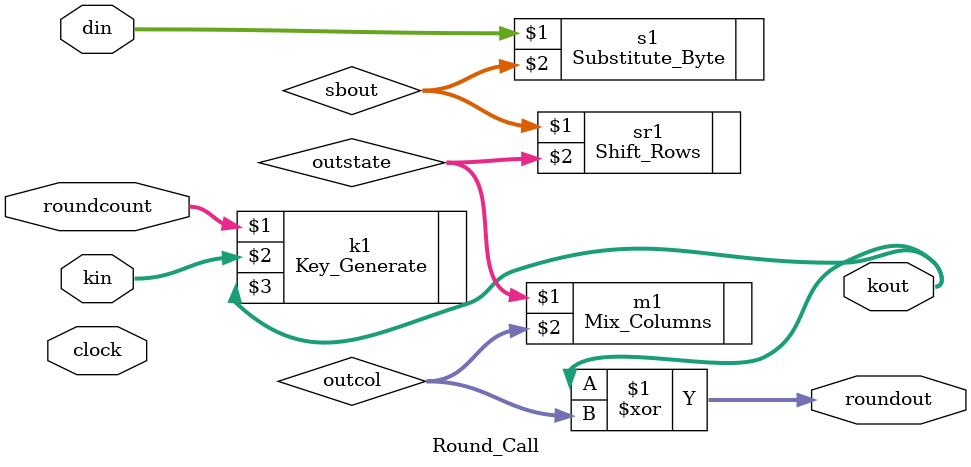
<source format=v>
`timescale 1ns / 1ps


module Round_Call(input clock,input [127:0] din,input [3:0] roundcount,input [127:0] kin, output [127:0] kout,output [127:0]roundout);

wire [127:0] sbout,outstate,outcol;

Key_Generate k1(roundcount,kin,kout);

Substitute_Byte s1(din,sbout);

Shift_Rows sr1(sbout,outstate);

Mix_Columns m1(outstate,outcol);

assign roundout=kout^outcol;

endmodule
 

</source>
